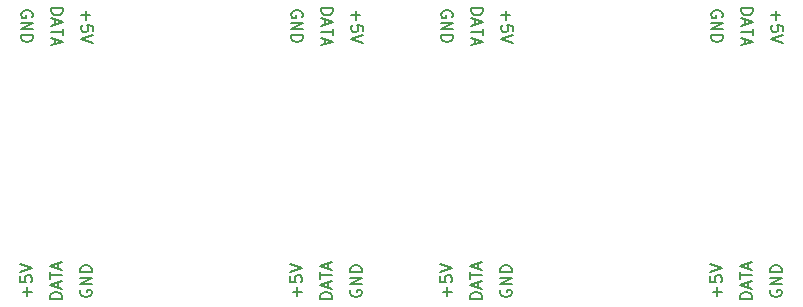
<source format=gbr>
G04 #@! TF.GenerationSoftware,KiCad,Pcbnew,(5.1.10)-1*
G04 #@! TF.CreationDate,2021-10-12T08:16:22+02:00*
G04 #@! TF.ProjectId,FGINT-V3-MASTER-64,4647494e-542d-4563-932d-4d4153544552,rev?*
G04 #@! TF.SameCoordinates,Original*
G04 #@! TF.FileFunction,Other,ECO2*
%FSLAX46Y46*%
G04 Gerber Fmt 4.6, Leading zero omitted, Abs format (unit mm)*
G04 Created by KiCad (PCBNEW (5.1.10)-1) date 2021-10-12 08:16:22*
%MOMM*%
%LPD*%
G01*
G04 APERTURE LIST*
%ADD10C,0.150000*%
G04 APERTURE END LIST*
D10*
X189158571Y-83804285D02*
X189158571Y-84566190D01*
X188777619Y-84185238D02*
X189539523Y-84185238D01*
X189777619Y-85518571D02*
X189777619Y-85042380D01*
X189301428Y-84994761D01*
X189349047Y-85042380D01*
X189396666Y-85137619D01*
X189396666Y-85375714D01*
X189349047Y-85470952D01*
X189301428Y-85518571D01*
X189206190Y-85566190D01*
X188968095Y-85566190D01*
X188872857Y-85518571D01*
X188825238Y-85470952D01*
X188777619Y-85375714D01*
X188777619Y-85137619D01*
X188825238Y-85042380D01*
X188872857Y-84994761D01*
X189777619Y-85851904D02*
X188777619Y-86185238D01*
X189777619Y-86518571D01*
X184650000Y-84328095D02*
X184697619Y-84232857D01*
X184697619Y-84090000D01*
X184650000Y-83947142D01*
X184554761Y-83851904D01*
X184459523Y-83804285D01*
X184269047Y-83756666D01*
X184126190Y-83756666D01*
X183935714Y-83804285D01*
X183840476Y-83851904D01*
X183745238Y-83947142D01*
X183697619Y-84090000D01*
X183697619Y-84185238D01*
X183745238Y-84328095D01*
X183792857Y-84375714D01*
X184126190Y-84375714D01*
X184126190Y-84185238D01*
X183697619Y-84804285D02*
X184697619Y-84804285D01*
X183697619Y-85375714D01*
X184697619Y-85375714D01*
X183697619Y-85851904D02*
X184697619Y-85851904D01*
X184697619Y-86090000D01*
X184650000Y-86232857D01*
X184554761Y-86328095D01*
X184459523Y-86375714D01*
X184269047Y-86423333D01*
X184126190Y-86423333D01*
X183935714Y-86375714D01*
X183840476Y-86328095D01*
X183745238Y-86232857D01*
X183697619Y-86090000D01*
X183697619Y-85851904D01*
X186237619Y-83590000D02*
X187237619Y-83590000D01*
X187237619Y-83828095D01*
X187190000Y-83970952D01*
X187094761Y-84066190D01*
X186999523Y-84113809D01*
X186809047Y-84161428D01*
X186666190Y-84161428D01*
X186475714Y-84113809D01*
X186380476Y-84066190D01*
X186285238Y-83970952D01*
X186237619Y-83828095D01*
X186237619Y-83590000D01*
X186523333Y-84542380D02*
X186523333Y-85018571D01*
X186237619Y-84447142D02*
X187237619Y-84780476D01*
X186237619Y-85113809D01*
X187237619Y-85304285D02*
X187237619Y-85875714D01*
X186237619Y-85590000D02*
X187237619Y-85590000D01*
X186523333Y-86161428D02*
X186523333Y-86637619D01*
X186237619Y-86066190D02*
X187237619Y-86399523D01*
X186237619Y-86732857D01*
X166298571Y-83804285D02*
X166298571Y-84566190D01*
X165917619Y-84185238D02*
X166679523Y-84185238D01*
X166917619Y-85518571D02*
X166917619Y-85042380D01*
X166441428Y-84994761D01*
X166489047Y-85042380D01*
X166536666Y-85137619D01*
X166536666Y-85375714D01*
X166489047Y-85470952D01*
X166441428Y-85518571D01*
X166346190Y-85566190D01*
X166108095Y-85566190D01*
X166012857Y-85518571D01*
X165965238Y-85470952D01*
X165917619Y-85375714D01*
X165917619Y-85137619D01*
X165965238Y-85042380D01*
X166012857Y-84994761D01*
X166917619Y-85851904D02*
X165917619Y-86185238D01*
X166917619Y-86518571D01*
X163377619Y-83590000D02*
X164377619Y-83590000D01*
X164377619Y-83828095D01*
X164330000Y-83970952D01*
X164234761Y-84066190D01*
X164139523Y-84113809D01*
X163949047Y-84161428D01*
X163806190Y-84161428D01*
X163615714Y-84113809D01*
X163520476Y-84066190D01*
X163425238Y-83970952D01*
X163377619Y-83828095D01*
X163377619Y-83590000D01*
X163663333Y-84542380D02*
X163663333Y-85018571D01*
X163377619Y-84447142D02*
X164377619Y-84780476D01*
X163377619Y-85113809D01*
X164377619Y-85304285D02*
X164377619Y-85875714D01*
X163377619Y-85590000D02*
X164377619Y-85590000D01*
X163663333Y-86161428D02*
X163663333Y-86637619D01*
X163377619Y-86066190D02*
X164377619Y-86399523D01*
X163377619Y-86732857D01*
X161790000Y-84328095D02*
X161837619Y-84232857D01*
X161837619Y-84090000D01*
X161790000Y-83947142D01*
X161694761Y-83851904D01*
X161599523Y-83804285D01*
X161409047Y-83756666D01*
X161266190Y-83756666D01*
X161075714Y-83804285D01*
X160980476Y-83851904D01*
X160885238Y-83947142D01*
X160837619Y-84090000D01*
X160837619Y-84185238D01*
X160885238Y-84328095D01*
X160932857Y-84375714D01*
X161266190Y-84375714D01*
X161266190Y-84185238D01*
X160837619Y-84804285D02*
X161837619Y-84804285D01*
X160837619Y-85375714D01*
X161837619Y-85375714D01*
X160837619Y-85851904D02*
X161837619Y-85851904D01*
X161837619Y-86090000D01*
X161790000Y-86232857D01*
X161694761Y-86328095D01*
X161599523Y-86375714D01*
X161409047Y-86423333D01*
X161266190Y-86423333D01*
X161075714Y-86375714D01*
X160980476Y-86328095D01*
X160885238Y-86232857D01*
X160837619Y-86090000D01*
X160837619Y-85851904D01*
X153598571Y-83804285D02*
X153598571Y-84566190D01*
X153217619Y-84185238D02*
X153979523Y-84185238D01*
X154217619Y-85518571D02*
X154217619Y-85042380D01*
X153741428Y-84994761D01*
X153789047Y-85042380D01*
X153836666Y-85137619D01*
X153836666Y-85375714D01*
X153789047Y-85470952D01*
X153741428Y-85518571D01*
X153646190Y-85566190D01*
X153408095Y-85566190D01*
X153312857Y-85518571D01*
X153265238Y-85470952D01*
X153217619Y-85375714D01*
X153217619Y-85137619D01*
X153265238Y-85042380D01*
X153312857Y-84994761D01*
X154217619Y-85851904D02*
X153217619Y-86185238D01*
X154217619Y-86518571D01*
X150677619Y-83590000D02*
X151677619Y-83590000D01*
X151677619Y-83828095D01*
X151630000Y-83970952D01*
X151534761Y-84066190D01*
X151439523Y-84113809D01*
X151249047Y-84161428D01*
X151106190Y-84161428D01*
X150915714Y-84113809D01*
X150820476Y-84066190D01*
X150725238Y-83970952D01*
X150677619Y-83828095D01*
X150677619Y-83590000D01*
X150963333Y-84542380D02*
X150963333Y-85018571D01*
X150677619Y-84447142D02*
X151677619Y-84780476D01*
X150677619Y-85113809D01*
X151677619Y-85304285D02*
X151677619Y-85875714D01*
X150677619Y-85590000D02*
X151677619Y-85590000D01*
X150963333Y-86161428D02*
X150963333Y-86637619D01*
X150677619Y-86066190D02*
X151677619Y-86399523D01*
X150677619Y-86732857D01*
X149090000Y-84328095D02*
X149137619Y-84232857D01*
X149137619Y-84090000D01*
X149090000Y-83947142D01*
X148994761Y-83851904D01*
X148899523Y-83804285D01*
X148709047Y-83756666D01*
X148566190Y-83756666D01*
X148375714Y-83804285D01*
X148280476Y-83851904D01*
X148185238Y-83947142D01*
X148137619Y-84090000D01*
X148137619Y-84185238D01*
X148185238Y-84328095D01*
X148232857Y-84375714D01*
X148566190Y-84375714D01*
X148566190Y-84185238D01*
X148137619Y-84804285D02*
X149137619Y-84804285D01*
X148137619Y-85375714D01*
X149137619Y-85375714D01*
X148137619Y-85851904D02*
X149137619Y-85851904D01*
X149137619Y-86090000D01*
X149090000Y-86232857D01*
X148994761Y-86328095D01*
X148899523Y-86375714D01*
X148709047Y-86423333D01*
X148566190Y-86423333D01*
X148375714Y-86375714D01*
X148280476Y-86328095D01*
X148185238Y-86232857D01*
X148137619Y-86090000D01*
X148137619Y-85851904D01*
X130738571Y-83804285D02*
X130738571Y-84566190D01*
X130357619Y-84185238D02*
X131119523Y-84185238D01*
X131357619Y-85518571D02*
X131357619Y-85042380D01*
X130881428Y-84994761D01*
X130929047Y-85042380D01*
X130976666Y-85137619D01*
X130976666Y-85375714D01*
X130929047Y-85470952D01*
X130881428Y-85518571D01*
X130786190Y-85566190D01*
X130548095Y-85566190D01*
X130452857Y-85518571D01*
X130405238Y-85470952D01*
X130357619Y-85375714D01*
X130357619Y-85137619D01*
X130405238Y-85042380D01*
X130452857Y-84994761D01*
X131357619Y-85851904D02*
X130357619Y-86185238D01*
X131357619Y-86518571D01*
X126230000Y-84328095D02*
X126277619Y-84232857D01*
X126277619Y-84090000D01*
X126230000Y-83947142D01*
X126134761Y-83851904D01*
X126039523Y-83804285D01*
X125849047Y-83756666D01*
X125706190Y-83756666D01*
X125515714Y-83804285D01*
X125420476Y-83851904D01*
X125325238Y-83947142D01*
X125277619Y-84090000D01*
X125277619Y-84185238D01*
X125325238Y-84328095D01*
X125372857Y-84375714D01*
X125706190Y-84375714D01*
X125706190Y-84185238D01*
X125277619Y-84804285D02*
X126277619Y-84804285D01*
X125277619Y-85375714D01*
X126277619Y-85375714D01*
X125277619Y-85851904D02*
X126277619Y-85851904D01*
X126277619Y-86090000D01*
X126230000Y-86232857D01*
X126134761Y-86328095D01*
X126039523Y-86375714D01*
X125849047Y-86423333D01*
X125706190Y-86423333D01*
X125515714Y-86375714D01*
X125420476Y-86328095D01*
X125325238Y-86232857D01*
X125277619Y-86090000D01*
X125277619Y-85851904D01*
X127817619Y-83590000D02*
X128817619Y-83590000D01*
X128817619Y-83828095D01*
X128770000Y-83970952D01*
X128674761Y-84066190D01*
X128579523Y-84113809D01*
X128389047Y-84161428D01*
X128246190Y-84161428D01*
X128055714Y-84113809D01*
X127960476Y-84066190D01*
X127865238Y-83970952D01*
X127817619Y-83828095D01*
X127817619Y-83590000D01*
X128103333Y-84542380D02*
X128103333Y-85018571D01*
X127817619Y-84447142D02*
X128817619Y-84780476D01*
X127817619Y-85113809D01*
X128817619Y-85304285D02*
X128817619Y-85875714D01*
X127817619Y-85590000D02*
X128817619Y-85590000D01*
X128103333Y-86161428D02*
X128103333Y-86637619D01*
X127817619Y-86066190D02*
X128817619Y-86399523D01*
X127817619Y-86732857D01*
X130310000Y-107441904D02*
X130262380Y-107537142D01*
X130262380Y-107680000D01*
X130310000Y-107822857D01*
X130405238Y-107918095D01*
X130500476Y-107965714D01*
X130690952Y-108013333D01*
X130833809Y-108013333D01*
X131024285Y-107965714D01*
X131119523Y-107918095D01*
X131214761Y-107822857D01*
X131262380Y-107680000D01*
X131262380Y-107584761D01*
X131214761Y-107441904D01*
X131167142Y-107394285D01*
X130833809Y-107394285D01*
X130833809Y-107584761D01*
X131262380Y-106965714D02*
X130262380Y-106965714D01*
X131262380Y-106394285D01*
X130262380Y-106394285D01*
X131262380Y-105918095D02*
X130262380Y-105918095D01*
X130262380Y-105680000D01*
X130310000Y-105537142D01*
X130405238Y-105441904D01*
X130500476Y-105394285D01*
X130690952Y-105346666D01*
X130833809Y-105346666D01*
X131024285Y-105394285D01*
X131119523Y-105441904D01*
X131214761Y-105537142D01*
X131262380Y-105680000D01*
X131262380Y-105918095D01*
X125801428Y-107965714D02*
X125801428Y-107203809D01*
X126182380Y-107584761D02*
X125420476Y-107584761D01*
X125182380Y-106251428D02*
X125182380Y-106727619D01*
X125658571Y-106775238D01*
X125610952Y-106727619D01*
X125563333Y-106632380D01*
X125563333Y-106394285D01*
X125610952Y-106299047D01*
X125658571Y-106251428D01*
X125753809Y-106203809D01*
X125991904Y-106203809D01*
X126087142Y-106251428D01*
X126134761Y-106299047D01*
X126182380Y-106394285D01*
X126182380Y-106632380D01*
X126134761Y-106727619D01*
X126087142Y-106775238D01*
X125182380Y-105918095D02*
X126182380Y-105584761D01*
X125182380Y-105251428D01*
X128722380Y-108180000D02*
X127722380Y-108180000D01*
X127722380Y-107941904D01*
X127770000Y-107799047D01*
X127865238Y-107703809D01*
X127960476Y-107656190D01*
X128150952Y-107608571D01*
X128293809Y-107608571D01*
X128484285Y-107656190D01*
X128579523Y-107703809D01*
X128674761Y-107799047D01*
X128722380Y-107941904D01*
X128722380Y-108180000D01*
X128436666Y-107227619D02*
X128436666Y-106751428D01*
X128722380Y-107322857D02*
X127722380Y-106989523D01*
X128722380Y-106656190D01*
X127722380Y-106465714D02*
X127722380Y-105894285D01*
X128722380Y-106180000D02*
X127722380Y-106180000D01*
X128436666Y-105608571D02*
X128436666Y-105132380D01*
X128722380Y-105703809D02*
X127722380Y-105370476D01*
X128722380Y-105037142D01*
X153170000Y-107441904D02*
X153122380Y-107537142D01*
X153122380Y-107680000D01*
X153170000Y-107822857D01*
X153265238Y-107918095D01*
X153360476Y-107965714D01*
X153550952Y-108013333D01*
X153693809Y-108013333D01*
X153884285Y-107965714D01*
X153979523Y-107918095D01*
X154074761Y-107822857D01*
X154122380Y-107680000D01*
X154122380Y-107584761D01*
X154074761Y-107441904D01*
X154027142Y-107394285D01*
X153693809Y-107394285D01*
X153693809Y-107584761D01*
X154122380Y-106965714D02*
X153122380Y-106965714D01*
X154122380Y-106394285D01*
X153122380Y-106394285D01*
X154122380Y-105918095D02*
X153122380Y-105918095D01*
X153122380Y-105680000D01*
X153170000Y-105537142D01*
X153265238Y-105441904D01*
X153360476Y-105394285D01*
X153550952Y-105346666D01*
X153693809Y-105346666D01*
X153884285Y-105394285D01*
X153979523Y-105441904D01*
X154074761Y-105537142D01*
X154122380Y-105680000D01*
X154122380Y-105918095D01*
X151582380Y-108180000D02*
X150582380Y-108180000D01*
X150582380Y-107941904D01*
X150630000Y-107799047D01*
X150725238Y-107703809D01*
X150820476Y-107656190D01*
X151010952Y-107608571D01*
X151153809Y-107608571D01*
X151344285Y-107656190D01*
X151439523Y-107703809D01*
X151534761Y-107799047D01*
X151582380Y-107941904D01*
X151582380Y-108180000D01*
X151296666Y-107227619D02*
X151296666Y-106751428D01*
X151582380Y-107322857D02*
X150582380Y-106989523D01*
X151582380Y-106656190D01*
X150582380Y-106465714D02*
X150582380Y-105894285D01*
X151582380Y-106180000D02*
X150582380Y-106180000D01*
X151296666Y-105608571D02*
X151296666Y-105132380D01*
X151582380Y-105703809D02*
X150582380Y-105370476D01*
X151582380Y-105037142D01*
X148661428Y-107965714D02*
X148661428Y-107203809D01*
X149042380Y-107584761D02*
X148280476Y-107584761D01*
X148042380Y-106251428D02*
X148042380Y-106727619D01*
X148518571Y-106775238D01*
X148470952Y-106727619D01*
X148423333Y-106632380D01*
X148423333Y-106394285D01*
X148470952Y-106299047D01*
X148518571Y-106251428D01*
X148613809Y-106203809D01*
X148851904Y-106203809D01*
X148947142Y-106251428D01*
X148994761Y-106299047D01*
X149042380Y-106394285D01*
X149042380Y-106632380D01*
X148994761Y-106727619D01*
X148947142Y-106775238D01*
X148042380Y-105918095D02*
X149042380Y-105584761D01*
X148042380Y-105251428D01*
X165870000Y-107441904D02*
X165822380Y-107537142D01*
X165822380Y-107680000D01*
X165870000Y-107822857D01*
X165965238Y-107918095D01*
X166060476Y-107965714D01*
X166250952Y-108013333D01*
X166393809Y-108013333D01*
X166584285Y-107965714D01*
X166679523Y-107918095D01*
X166774761Y-107822857D01*
X166822380Y-107680000D01*
X166822380Y-107584761D01*
X166774761Y-107441904D01*
X166727142Y-107394285D01*
X166393809Y-107394285D01*
X166393809Y-107584761D01*
X166822380Y-106965714D02*
X165822380Y-106965714D01*
X166822380Y-106394285D01*
X165822380Y-106394285D01*
X166822380Y-105918095D02*
X165822380Y-105918095D01*
X165822380Y-105680000D01*
X165870000Y-105537142D01*
X165965238Y-105441904D01*
X166060476Y-105394285D01*
X166250952Y-105346666D01*
X166393809Y-105346666D01*
X166584285Y-105394285D01*
X166679523Y-105441904D01*
X166774761Y-105537142D01*
X166822380Y-105680000D01*
X166822380Y-105918095D01*
X164282380Y-108180000D02*
X163282380Y-108180000D01*
X163282380Y-107941904D01*
X163330000Y-107799047D01*
X163425238Y-107703809D01*
X163520476Y-107656190D01*
X163710952Y-107608571D01*
X163853809Y-107608571D01*
X164044285Y-107656190D01*
X164139523Y-107703809D01*
X164234761Y-107799047D01*
X164282380Y-107941904D01*
X164282380Y-108180000D01*
X163996666Y-107227619D02*
X163996666Y-106751428D01*
X164282380Y-107322857D02*
X163282380Y-106989523D01*
X164282380Y-106656190D01*
X163282380Y-106465714D02*
X163282380Y-105894285D01*
X164282380Y-106180000D02*
X163282380Y-106180000D01*
X163996666Y-105608571D02*
X163996666Y-105132380D01*
X164282380Y-105703809D02*
X163282380Y-105370476D01*
X164282380Y-105037142D01*
X161361428Y-107965714D02*
X161361428Y-107203809D01*
X161742380Y-107584761D02*
X160980476Y-107584761D01*
X160742380Y-106251428D02*
X160742380Y-106727619D01*
X161218571Y-106775238D01*
X161170952Y-106727619D01*
X161123333Y-106632380D01*
X161123333Y-106394285D01*
X161170952Y-106299047D01*
X161218571Y-106251428D01*
X161313809Y-106203809D01*
X161551904Y-106203809D01*
X161647142Y-106251428D01*
X161694761Y-106299047D01*
X161742380Y-106394285D01*
X161742380Y-106632380D01*
X161694761Y-106727619D01*
X161647142Y-106775238D01*
X160742380Y-105918095D02*
X161742380Y-105584761D01*
X160742380Y-105251428D01*
X188730000Y-107441904D02*
X188682380Y-107537142D01*
X188682380Y-107680000D01*
X188730000Y-107822857D01*
X188825238Y-107918095D01*
X188920476Y-107965714D01*
X189110952Y-108013333D01*
X189253809Y-108013333D01*
X189444285Y-107965714D01*
X189539523Y-107918095D01*
X189634761Y-107822857D01*
X189682380Y-107680000D01*
X189682380Y-107584761D01*
X189634761Y-107441904D01*
X189587142Y-107394285D01*
X189253809Y-107394285D01*
X189253809Y-107584761D01*
X189682380Y-106965714D02*
X188682380Y-106965714D01*
X189682380Y-106394285D01*
X188682380Y-106394285D01*
X189682380Y-105918095D02*
X188682380Y-105918095D01*
X188682380Y-105680000D01*
X188730000Y-105537142D01*
X188825238Y-105441904D01*
X188920476Y-105394285D01*
X189110952Y-105346666D01*
X189253809Y-105346666D01*
X189444285Y-105394285D01*
X189539523Y-105441904D01*
X189634761Y-105537142D01*
X189682380Y-105680000D01*
X189682380Y-105918095D01*
X187142380Y-108180000D02*
X186142380Y-108180000D01*
X186142380Y-107941904D01*
X186190000Y-107799047D01*
X186285238Y-107703809D01*
X186380476Y-107656190D01*
X186570952Y-107608571D01*
X186713809Y-107608571D01*
X186904285Y-107656190D01*
X186999523Y-107703809D01*
X187094761Y-107799047D01*
X187142380Y-107941904D01*
X187142380Y-108180000D01*
X186856666Y-107227619D02*
X186856666Y-106751428D01*
X187142380Y-107322857D02*
X186142380Y-106989523D01*
X187142380Y-106656190D01*
X186142380Y-106465714D02*
X186142380Y-105894285D01*
X187142380Y-106180000D02*
X186142380Y-106180000D01*
X186856666Y-105608571D02*
X186856666Y-105132380D01*
X187142380Y-105703809D02*
X186142380Y-105370476D01*
X187142380Y-105037142D01*
X184221428Y-107965714D02*
X184221428Y-107203809D01*
X184602380Y-107584761D02*
X183840476Y-107584761D01*
X183602380Y-106251428D02*
X183602380Y-106727619D01*
X184078571Y-106775238D01*
X184030952Y-106727619D01*
X183983333Y-106632380D01*
X183983333Y-106394285D01*
X184030952Y-106299047D01*
X184078571Y-106251428D01*
X184173809Y-106203809D01*
X184411904Y-106203809D01*
X184507142Y-106251428D01*
X184554761Y-106299047D01*
X184602380Y-106394285D01*
X184602380Y-106632380D01*
X184554761Y-106727619D01*
X184507142Y-106775238D01*
X183602380Y-105918095D02*
X184602380Y-105584761D01*
X183602380Y-105251428D01*
M02*

</source>
